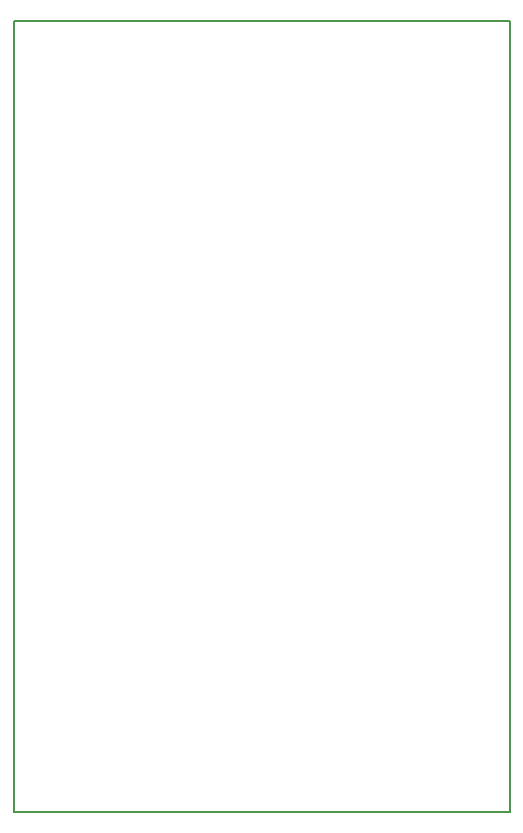
<source format=gbr>
%TF.GenerationSoftware,KiCad,Pcbnew,5.1.6-c6e7f7d~86~ubuntu18.04.1*%
%TF.CreationDate,2021-04-26T01:47:06-07:00*%
%TF.ProjectId,main_board,6d61696e-5f62-46f6-9172-642e6b696361,rev?*%
%TF.SameCoordinates,Original*%
%TF.FileFunction,Profile,NP*%
%FSLAX46Y46*%
G04 Gerber Fmt 4.6, Leading zero omitted, Abs format (unit mm)*
G04 Created by KiCad (PCBNEW 5.1.6-c6e7f7d~86~ubuntu18.04.1) date 2021-04-26 01:47:06*
%MOMM*%
%LPD*%
G01*
G04 APERTURE LIST*
%TA.AperFunction,Profile*%
%ADD10C,0.200000*%
%TD*%
G04 APERTURE END LIST*
D10*
X192000000Y-32999999D02*
X150000000Y-32999999D01*
X150000000Y-100000000D02*
X192000000Y-100000000D01*
X150000000Y-32999999D02*
X150000000Y-100000000D01*
X192000000Y-100000000D02*
X192000000Y-32999999D01*
M02*

</source>
